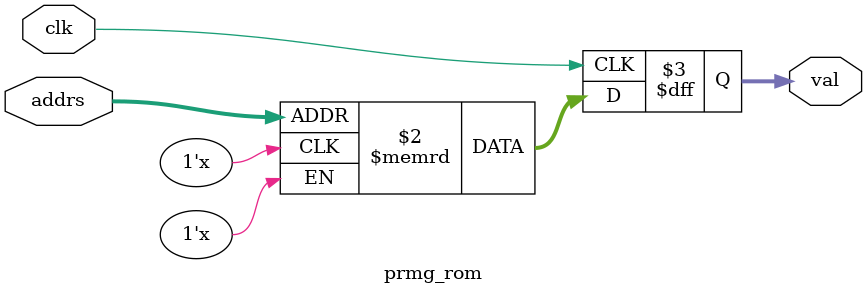
<source format=v>
module prmg_rom(clk, addrs, val);
input clk;
input [15:0] addrs;
output reg [15:0] val;
(* ram_init_file = "IO/prgm_rom/prgm_rom.mif" *) reg [15:0] mem[0:65535];

always @ (posedge clk)
	begin
	val <= mem[addrs];
end
endmodule

</source>
